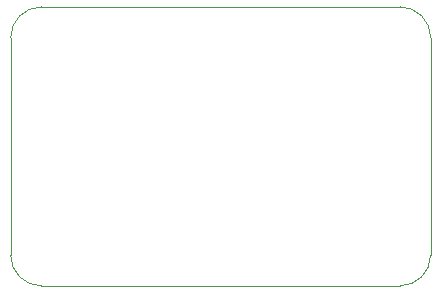
<source format=gbr>
G04*
G04 #@! TF.GenerationSoftware,Altium Limited,Altium Designer,23.1.1 (15)*
G04*
G04 Layer_Color=0*
%FSLAX44Y44*%
%MOMM*%
G71*
G04*
G04 #@! TF.SameCoordinates,7DEE206C-283F-43E0-9F98-1BFD9C08138E*
G04*
G04*
G04 #@! TF.FilePolarity,Positive*
G04*
G01*
G75*
%ADD20C,0.0254*%
D20*
X-7618Y18392D02*
Y202591D01*
D02*
G02*
X18392Y228602I26011J0D01*
G01*
X321971D01*
D02*
G02*
X347982Y202591I0J-26011D01*
G01*
Y18392D01*
D02*
G02*
X321971Y-7618I-26011J0D01*
G01*
X18392D01*
D02*
G02*
X-7618Y18392I0J26011D01*
G01*
M02*

</source>
